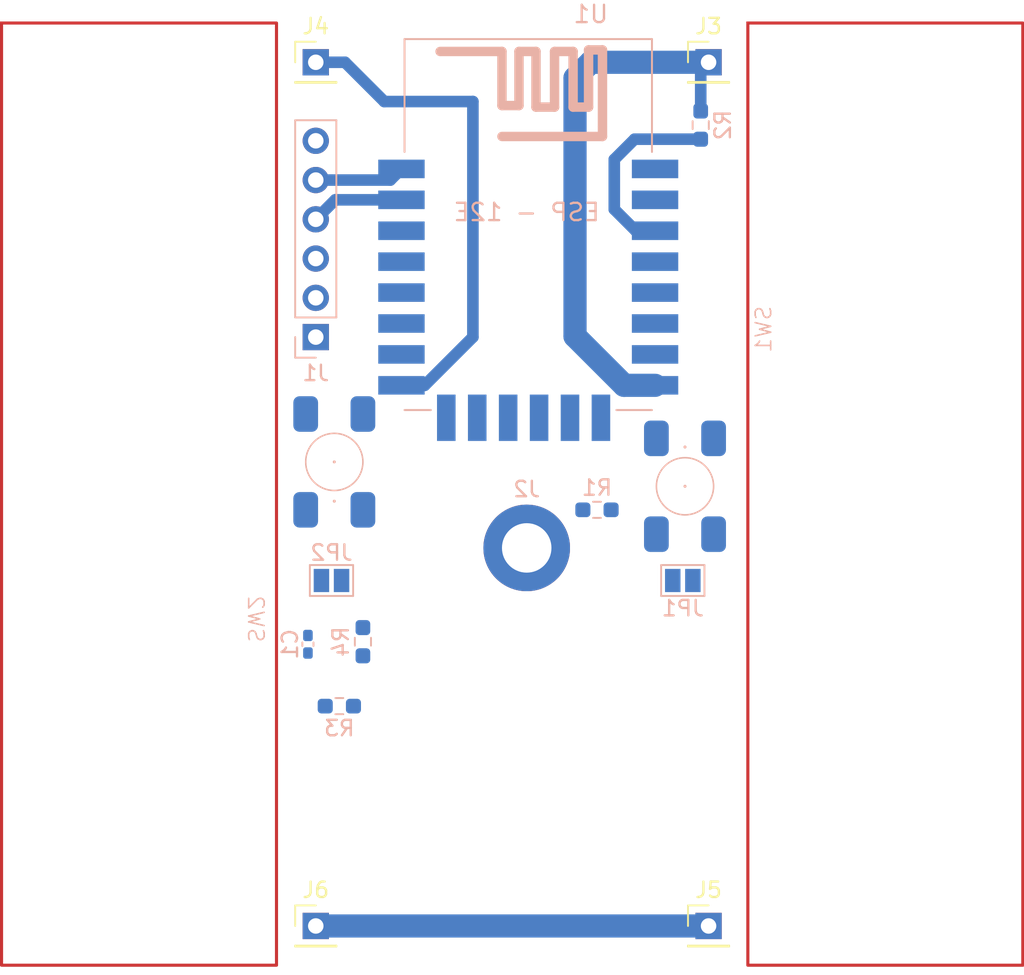
<source format=kicad_pcb>
(kicad_pcb (version 20221018) (generator pcbnew)
  (layers (0 "F.Cu" signal) (31 "B.Cu" signal) (34 "B.Paste" user) (35 "F.Paste" user) (36 "B.SilkS" user "B.Silkscreen") (37 "F.SilkS" user "F.Silkscreen") (38 "B.Mask" user) (39 "F.Mask" user) (44 "Edge.Cuts" user))
  (net 0 "")
  (net 1 "Net-(J2-Pin_1)")
  (net 2 "Net-(R2-Pad1)")
  (net 7 "Net-(J1-Pin_5)")
  (net 8 "Net-(J1-Pin_4)")
  (net 12 "Net-(R3-Pad2)")
  (net 19 "Net-(J3-Pin_1)")
  (net 20 "Net-(J1-Pin_1)")
  (net 24 "Net-(J5-Pin_1)")
  (net 25 "Net-(JP2-A)")
  (net 26 "Net-(JP1-B)")
  (net 27 "Net-(SW1-B)")
  (footprint "Connector_PinHeader_2.54mm:PinHeader_1x01_P2.54mm_Vertical" (layer "F.Cu") (at 111.76 68.58)
    (fp_text reference "J3" (at 0 -2.33) (layer "F.SilkS"))
    (fp_text value "B2+")
    (fp_line (start -1.33 -1.33) (end 0 -1.33) (stroke (width 0.12)) (layer "F.SilkS"))
    (fp_line (start -1.33 0) (end -1.33 -1.33) (stroke (width 0.12)) (layer "F.SilkS"))
    (fp_line (start -1.33 1.27) (end -1.33 1.33) (stroke (width 0.12)) (layer "F.SilkS"))
    (fp_line (start -1.33 1.27) (end 1.33 1.27) (stroke (width 0.12)) (layer "F.SilkS"))
    (fp_line (start -1.33 1.33) (end 1.33 1.33) (stroke (width 0.12)) (layer "F.SilkS"))
    (fp_line (start 1.33 1.27) (end 1.33 1.33) (stroke (width 0.12)) (layer "F.SilkS"))
    (pad "1" thru_hole rect (at 0 0) (size 1.7 1.7) (drill 1) (layers "*.Cu" "*.Mask") (net 19 "Net-(J3-Pin_1)"))
  )
  (footprint "Connector_PinHeader_2.54mm:PinHeader_1x01_P2.54mm_Vertical" (layer "F.Cu") (at 86.36 68.58)
    (fp_text reference "J4" (at 0 -2.33) (layer "F.SilkS"))
    (fp_text value "B1-")
    (fp_line (start -1.33 -1.33) (end 0 -1.33) (stroke (width 0.12)) (layer "F.SilkS"))
    (fp_line (start -1.33 0) (end -1.33 -1.33) (stroke (width 0.12)) (layer "F.SilkS"))
    (fp_line (start -1.33 1.27) (end -1.33 1.33) (stroke (width 0.12)) (layer "F.SilkS"))
    (fp_line (start -1.33 1.27) (end 1.33 1.27) (stroke (width 0.12)) (layer "F.SilkS"))
    (fp_line (start -1.33 1.33) (end 1.33 1.33) (stroke (width 0.12)) (layer "F.SilkS"))
    (fp_line (start 1.33 1.27) (end 1.33 1.33) (stroke (width 0.12)) (layer "F.SilkS"))
    (pad "1" thru_hole rect (at 0 0) (size 1.7 1.7) (drill 1) (layers "*.Cu" "*.Mask") (net 20 "Net-(J1-Pin_1)"))
  )
  (footprint "Connector_PinHeader_2.54mm:PinHeader_1x01_P2.54mm_Vertical" (layer "F.Cu") (at 86.36 124.46)
    (fp_text reference "J6" (at 0 -2.33) (layer "F.SilkS"))
    (fp_text value "B1+")
    (fp_line (start -1.33 -1.33) (end 0 -1.33) (stroke (width 0.12)) (layer "F.SilkS"))
    (fp_line (start -1.33 0) (end -1.33 -1.33) (stroke (width 0.12)) (layer "F.SilkS"))
    (fp_line (start -1.33 1.27) (end -1.33 1.33) (stroke (width 0.12)) (layer "F.SilkS"))
    (fp_line (start -1.33 1.27) (end 1.33 1.27) (stroke (width 0.12)) (layer "F.SilkS"))
    (fp_line (start -1.33 1.33) (end 1.33 1.33) (stroke (width 0.12)) (layer "F.SilkS"))
    (fp_line (start 1.33 1.27) (end 1.33 1.33) (stroke (width 0.12)) (layer "F.SilkS"))
    (pad "1" thru_hole rect (at 0 0) (size 1.7 1.7) (drill 1) (layers "*.Cu" "*.Mask") (net 24 "Net-(J5-Pin_1)"))
  )
  (footprint "Connector_PinHeader_2.54mm:PinHeader_1x01_P2.54mm_Vertical" (layer "F.Cu") (at 111.76 124.46)
    (fp_text reference "J5" (at 0 -2.33) (layer "F.SilkS"))
    (fp_text value "B2-")
    (fp_line (start -1.33 -1.33) (end 0 -1.33) (stroke (width 0.12)) (layer "F.SilkS"))
    (fp_line (start -1.33 0) (end -1.33 -1.33) (stroke (width 0.12)) (layer "F.SilkS"))
    (fp_line (start -1.33 1.27) (end -1.33 1.33) (stroke (width 0.12)) (layer "F.SilkS"))
    (fp_line (start -1.33 1.27) (end 1.33 1.27) (stroke (width 0.12)) (layer "F.SilkS"))
    (fp_line (start -1.33 1.33) (end 1.33 1.33) (stroke (width 0.12)) (layer "F.SilkS"))
    (fp_line (start 1.33 1.27) (end 1.33 1.33) (stroke (width 0.12)) (layer "F.SilkS"))
    (pad "1" thru_hole rect (at 0 0) (size 1.7 1.7) (drill 1) (layers "*.Cu" "*.Mask") (net 24 "Net-(J5-Pin_1)"))
  )
  (footprint "Resistor_SMD:R_0603_1608Metric_Pad0.98x0.95mm_HandSolder" (layer "B.Cu") (at 87.884 110.236)
    (fp_text reference "R3" (at 0 1.43) (layer "B.SilkS") (effects (justify mirror)))
    (fp_text value "10K")
    (fp_line (start -0.254724 -0.5225) (end 0.254724 -0.5225) (stroke (width 0.12)) (layer "B.SilkS"))
    (fp_line (start -0.254724 0.5225) (end 0.254724 0.5225) (stroke (width 0.12)) (layer "B.SilkS"))
    (pad "1" smd roundrect (at -0.9125 0) (size 0.975 0.95) (layers "B.Cu" "B.Paste" "B.Mask") (net 20 "Net-(J1-Pin_1)"))
    (pad "2" smd roundrect (at 0.9125 0) (size 0.975 0.95) (layers "B.Cu" "B.Paste" "B.Mask") (net 12 "Net-(R3-Pad2)"))
  )
  (footprint "MountingHole:MountingHole_3.2mm_M3_DIN965_Pad" (layer "B.Cu") (at 100 100 180)
    (fp_text reference "J2" (at 0 3.8) (layer "B.SilkS") (effects (justify mirror)))
    (fp_text value "Conn_01x01_Pin")
    (pad "1" thru_hole circle (at 0 0 180) (size 5.6 5.6) (drill 3.2) (layers "*.Cu" "*.Mask") (net 1 "Net-(J2-Pin_1)"))
  )
  (footprint "Resistor_SMD:R_0603_1608Metric_Pad0.98x0.95mm_HandSolder" (layer "B.Cu") (at 111.252 72.644 90)
    (fp_text reference "R2" (at 0 1.43 90) (layer "B.SilkS") (effects (justify mirror)))
    (fp_text value "10K")
    (fp_line (start -0.254724 -0.5225) (end 0.254724 -0.5225) (stroke (width 0.12)) (layer "B.SilkS"))
    (fp_line (start -0.254724 0.5225) (end 0.254724 0.5225) (stroke (width 0.12)) (layer "B.SilkS"))
    (pad "1" smd roundrect (at -0.9125 0 90) (size 0.975 0.95) (layers "B.Cu" "B.Paste" "B.Mask") (net 2 "Net-(R2-Pad1)"))
    (pad "2" smd roundrect (at 0.9125 0 90) (size 0.975 0.95) (layers "B.Cu" "B.Paste" "B.Mask") (net 19 "Net-(J3-Pin_1)"))
  )
  (footprint "ESP12E:ESP12E-SMD" (layer "B.Cu") (at 100 81.28 180)
    (fp_text reference "U1" (at -4.144 15.8112) (layer "B.SilkS") (effects (font (size 1.12 1.12)) (justify mirror)))
    (fp_text value "ESP12E")
    (fp_text user "ESP - 12E" (at 0 3) (layer "B.SilkS") (effects (font (size 1.12 1.12)) (justify mirror)))
    (fp_line (start -8.1 6.9) (end -8.1 14.2) (stroke (width 0.127)) (layer "B.SilkS"))
    (fp_line (start -8.1 14.2) (end 7.9 14.2) (stroke (width 0.127)) (layer "B.SilkS"))
    (fp_line (start -5.8 -9.8) (end -8.1 -9.8) (stroke (width 0.127)) (layer "B.SilkS"))
    (fp_line (start -4.9 7.9) (end 1.6 7.9) (stroke (width 0.6096)) (layer "B.SilkS"))
    (fp_line (start -4.9 8.5) (end -4.9 7.9) (stroke (width 0.6096)) (layer "B.SilkS"))
    (fp_line (start -4.9 8.6) (end -4.9 13.5) (stroke (width 0.6096)) (layer "B.SilkS"))
    (fp_line (start -4.9 13.5) (end -4 13.5) (stroke (width 0.6096)) (layer "B.SilkS"))
    (fp_line (start -4 9.8) (end -3 9.8) (stroke (width 0.6096)) (layer "B.SilkS"))
    (fp_line (start -4 13.5) (end -4 9.8) (stroke (width 0.6096)) (layer "B.SilkS"))
    (fp_line (start -3 9.8) (end -3 13.4) (stroke (width 0.6096)) (layer "B.SilkS"))
    (fp_line (start -3 13.4) (end -1.8 13.4) (stroke (width 0.6096)) (layer "B.SilkS"))
    (fp_line (start -1.8 9.8) (end -0.6 9.8) (stroke (width 0.6096)) (layer "B.SilkS"))
    (fp_line (start -1.8 13.4) (end -1.8 9.8) (stroke (width 0.6096)) (layer "B.SilkS"))
    (fp_line (start -0.6 9.8) (end -0.6 13.4) (stroke (width 0.6096)) (layer "B.SilkS"))
    (fp_line (start -0.6 13.4) (end 0.5 13.4) (stroke (width 0.6096)) (layer "B.SilkS"))
    (fp_line (start 0.5 9.9) (end 1.6 9.9) (stroke (width 0.6096)) (layer "B.SilkS"))
    (fp_line (start 0.5 13.4) (end 0.5 9.9) (stroke (width 0.6096)) (layer "B.SilkS"))
    (fp_line (start 1.6 9.9) (end 1.6 13.4) (stroke (width 0.6096)) (layer "B.SilkS"))
    (fp_line (start 1.6 13.4) (end 5.6 13.4) (stroke (width 0.6096)) (layer "B.SilkS"))
    (fp_line (start 7.9 -9.8) (end 6.2 -9.8) (stroke (width 0.127)) (layer "B.SilkS"))
    (fp_line (start 7.9 14.2) (end 7.9 6.9) (stroke (width 0.127)) (layer "B.SilkS"))
    (pad "ADC" smd rect (at -8.3 3.8 180) (size 3 1.2) (layers "B.Cu" "B.Paste" "B.Mask") (net 1 "Net-(J2-Pin_1)"))
    (pad "CH_PD" smd rect (at -8.3 1.8 180) (size 3 1.2) (layers "B.Cu" "B.Paste" "B.Mask") (net 2 "Net-(R2-Pad1)"))
    (pad "CS0" smd rect (at -4.8 -10.3 90) (size 3 1.2) (layers "B.Cu" "B.Paste" "B.Mask"))
    (pad "GND" smd rect (at 8.1 -8.2 180) (size 3 1.2) (layers "B.Cu" "B.Paste" "B.Mask") (net 20 "Net-(J1-Pin_1)"))
    (pad "GPIO0" smd rect (at 8.1 -2.2 180) (size 3 1.2) (layers "B.Cu" "B.Paste" "B.Mask") (net 25 "Net-(JP2-A)"))
    (pad "GPIO2" smd rect (at 8.1 -4.2 180) (size 3 1.2) (layers "B.Cu" "B.Paste" "B.Mask"))
    (pad "GPIO4" smd rect (at 8.1 -0.2 180) (size 3 1.2) (layers "B.Cu" "B.Paste" "B.Mask"))
    (pad "GPIO5" smd rect (at 8.1 1.8 180) (size 3 1.2) (layers "B.Cu" "B.Paste" "B.Mask"))
    (pad "GPIO9" smd rect (at -0.8 -10.3 90) (size 3 1.2) (layers "B.Cu" "B.Paste" "B.Mask"))
    (pad "GPIO10" smd rect (at 1.2 -10.3 90) (size 3 1.2) (layers "B.Cu" "B.Paste" "B.Mask"))
    (pad "GPIO12" smd rect (at -8.3 -4.2 180) (size 3 1.2) (layers "B.Cu" "B.Paste" "B.Mask"))
    (pad "GPIO13" smd rect (at -8.3 -6.2 180) (size 3 1.2) (layers "B.Cu" "B.Paste" "B.Mask"))
    (pad "GPIO14" smd rect (at -8.3 -2.2 180) (size 3 1.2) (layers "B.Cu" "B.Paste" "B.Mask"))
    (pad "GPIO15" smd rect (at 8.1 -6.2 180) (size 3 1.2) (layers "B.Cu" "B.Paste" "B.Mask") (net 12 "Net-(R3-Pad2)"))
    (pad "GPIO16" smd rect (at -8.3 -0.2 180) (size 3 1.2) (layers "B.Cu" "B.Paste" "B.Mask"))
    (pad "MISO" smd rect (at -2.8 -10.3 90) (size 3 1.2) (layers "B.Cu" "B.Paste" "B.Mask"))
    (pad "MOSI" smd rect (at 3.2 -10.3 90) (size 3 1.2) (layers "B.Cu" "B.Paste" "B.Mask"))
    (pad "RESET" smd rect (at -8.3 5.8 180) (size 3 1.2) (layers "B.Cu" "B.Paste" "B.Mask") (net 27 "Net-(SW1-B)"))
    (pad "RXD0" smd rect (at 8.1 3.8 180) (size 3 1.2) (layers "B.Cu" "B.Paste" "B.Mask") (net 8 "Net-(J1-Pin_4)"))
    (pad "SCLK" smd rect (at 5.2 -10.3 90) (size 3 1.2) (layers "B.Cu" "B.Paste" "B.Mask"))
    (pad "TXD0" smd rect (at 8.1 5.8 180) (size 3 1.2) (layers "B.Cu" "B.Paste" "B.Mask") (net 7 "Net-(J1-Pin_5)"))
    (pad "VCC" smd rect (at -8.3 -8.2 180) (size 3 1.2) (layers "B.Cu" "B.Paste" "B.Mask") (net 19 "Net-(J3-Pin_1)"))
  )
  (footprint "Aliexpress:5mmButton" (layer "B.Cu") (at 87.558 94.436 90)
    (fp_text reference "SW2" (at -10.16 -5.08 270 unlocked) (layer "B.SilkS") (effects (font (thickness 0.1)) (justify mirror)))
    (fp_text value "BOOT")
    (fp_circle (center -2.54 0) (end -2.54 0) (stroke (width 0.1)) (fill none) (layer "B.SilkS"))
    (fp_circle (center 0 0) (end 0 0) (stroke (width 0.1)) (fill none) (layer "B.SilkS"))
    (fp_circle (center 0 0) (end 1.85 0) (stroke (width 0.1)) (fill none) (layer "B.SilkS"))
    (pad "1" smd roundrect (at -3.1 1.85 90) (size 2.3 1.6) (layers "B.Cu" "B.Paste" "B.Mask") (net 25 "Net-(JP2-A)"))
    (pad "1" smd roundrect (at 3.1 1.85 90) (size 2.3 1.6) (layers "B.Cu" "B.Paste" "B.Mask") (net 25 "Net-(JP2-A)"))
    (pad "2" smd roundrect (at -3.1 -1.85 90) (size 2.3 1.6) (layers "B.Cu" "B.Paste" "B.Mask") (net 20 "Net-(J1-Pin_1)"))
    (pad "2" smd roundrect (at 3.1 -1.85 90) (size 2.3 1.6) (layers "B.Cu" "B.Paste" "B.Mask") (net 20 "Net-(J1-Pin_1)"))
  )
  (footprint "Jumper:SolderJumper-2_P1.3mm_Open_Pad1.0x1.5mm" (layer "B.Cu") (at 87.376 102.108 180)
    (fp_text reference "JP2" (at 0 1.8) (layer "B.SilkS") (effects (justify mirror)))
    (fp_text value "BOOT")
    (fp_line (start -1.4 -1) (end -1.4 1) (stroke (width 0.12)) (layer "B.SilkS"))
    (fp_line (start -1.4 1) (end 1.4 1) (stroke (width 0.12)) (layer "B.SilkS"))
    (fp_line (start 1.4 -1) (end -1.4 -1) (stroke (width 0.12)) (layer "B.SilkS"))
    (fp_line (start 1.4 1) (end 1.4 -1) (stroke (width 0.12)) (layer "B.SilkS"))
    (pad "1" smd rect (at -0.65 0 180) (size 1 1.5) (layers "B.Cu" "B.Mask") (net 25 "Net-(JP2-A)"))
    (pad "2" smd rect (at 0.65 0 180) (size 1 1.5) (layers "B.Cu" "B.Mask") (net 20 "Net-(J1-Pin_1)"))
  )
  (footprint "Connector_PinHeader_2.54mm:PinHeader_1x06_P2.54mm_Vertical" (layer "B.Cu") (at 86.36 86.36)
    (fp_text reference "J1" (at 0 2.33 180) (layer "B.SilkS") (effects (justify mirror)))
    (fp_text value "Conn_01x06_Socket")
    (fp_line (start -1.33 -14.03) (end 1.33 -14.03) (stroke (width 0.12)) (layer "B.SilkS"))
    (fp_line (start -1.33 -1.27) (end -1.33 -14.03) (stroke (width 0.12)) (layer "B.SilkS"))
    (fp_line (start -1.33 -1.27) (end 1.33 -1.27) (stroke (width 0.12)) (layer "B.SilkS"))
    (fp_line (start -1.33 0) (end -1.33 1.33) (stroke (width 0.12)) (layer "B.SilkS"))
    (fp_line (start -1.33 1.33) (end 0 1.33) (stroke (width 0.12)) (layer "B.SilkS"))
    (fp_line (start 1.33 -1.27) (end 1.33 -14.03) (stroke (width 0.12)) (layer "B.SilkS"))
    (pad "1" thru_hole rect (at 0 0) (size 1.7 1.7) (drill 1) (layers "*.Cu" "*.Mask") (net 20 "Net-(J1-Pin_1)"))
    (pad "2" thru_hole oval (at 0 -2.54) (size 1.7 1.7) (drill 1) (layers "*.Cu" "*.Mask"))
    (pad "3" thru_hole oval (at 0 -5.08) (size 1.7 1.7) (drill 1) (layers "*.Cu" "*.Mask"))
    (pad "4" thru_hole oval (at 0 -7.62) (size 1.7 1.7) (drill 1) (layers "*.Cu" "*.Mask") (net 8 "Net-(J1-Pin_4)"))
    (pad "5" thru_hole oval (at 0 -10.16) (size 1.7 1.7) (drill 1) (layers "*.Cu" "*.Mask") (net 7 "Net-(J1-Pin_5)"))
    (pad "6" thru_hole oval (at 0 -12.7) (size 1.7 1.7) (drill 1) (layers "*.Cu" "*.Mask"))
  )
  (footprint "Resistor_SMD:R_0603_1608Metric_Pad0.98x0.95mm_HandSolder" (layer "B.Cu") (at 104.5445 97.536 180)
    (fp_text reference "R1" (at 0 1.43) (layer "B.SilkS") (effects (justify mirror)))
    (fp_text value "10K")
    (fp_line (start -0.254724 -0.5225) (end 0.254724 -0.5225) (stroke (width 0.12)) (layer "B.SilkS"))
    (fp_line (start -0.254724 0.5225) (end 0.254724 0.5225) (stroke (width 0.12)) (layer "B.SilkS"))
    (pad "1" smd roundrect (at -0.9125 0 180) (size 0.975 0.95) (layers "B.Cu" "B.Paste" "B.Mask") (net 26 "Net-(JP1-B)"))
    (pad "2" smd roundrect (at 0.9125 0 180) (size 0.975 0.95) (layers "B.Cu" "B.Paste" "B.Mask") (net 19 "Net-(J3-Pin_1)"))
  )
  (footprint "Aliexpress:5mmButton" (layer "B.Cu") (at 110.236 96.012 -90)
    (fp_text reference "SW1" (at -10.16 -5.08 90 unlocked) (layer "B.SilkS") (effects (font (thickness 0.1)) (justify mirror)))
    (fp_text value "RST")
    (fp_circle (center -2.54 0) (end -2.54 0) (stroke (width 0.1)) (fill none) (layer "B.SilkS"))
    (fp_circle (center 0 0) (end 0 0) (stroke (width 0.1)) (fill none) (layer "B.SilkS"))
    (fp_circle (center 0 0) (end 1.85 0) (stroke (width 0.1)) (fill none) (layer "B.SilkS"))
    (pad "1" smd roundrect (at -3.1 1.85 270) (size 2.3 1.6) (layers "B.Cu" "B.Paste" "B.Mask") (net 20 "Net-(J1-Pin_1)"))
    (pad "1" smd roundrect (at 3.1 1.85 270) (size 2.3 1.6) (layers "B.Cu" "B.Paste" "B.Mask") (net 20 "Net-(J1-Pin_1)"))
    (pad "2" smd roundrect (at -3.1 -1.85 270) (size 2.3 1.6) (layers "B.Cu" "B.Paste" "B.Mask") (net 26 "Net-(JP1-B)"))
    (pad "2" smd roundrect (at 3.1 -1.85 270) (size 2.3 1.6) (layers "B.Cu" "B.Paste" "B.Mask") (net 26 "Net-(JP1-B)"))
  )
  (footprint "Jumper:SolderJumper-2_P1.3mm_Open_Pad1.0x1.5mm" (layer "B.Cu") (at 110.094 102.108)
    (fp_text reference "JP1" (at 0 1.8) (layer "B.SilkS") (effects (justify mirror)))
    (fp_text value "RST")
    (fp_line (start -1.4 -1) (end -1.4 1) (stroke (width 0.12)) (layer "B.SilkS"))
    (fp_line (start -1.4 1) (end 1.4 1) (stroke (width 0.12)) (layer "B.SilkS"))
    (fp_line (start 1.4 -1) (end -1.4 -1) (stroke (width 0.12)) (layer "B.SilkS"))
    (fp_line (start 1.4 1) (end 1.4 -1) (stroke (width 0.12)) (layer "B.SilkS"))
    (pad "1" smd rect (at -0.65 0) (size 1 1.5) (layers "B.Cu" "B.Mask") (net 20 "Net-(J1-Pin_1)"))
    (pad "2" smd rect (at 0.65 0) (size 1 1.5) (layers "B.Cu" "B.Mask") (net 26 "Net-(JP1-B)"))
  )
  (footprint "Resistor_SMD:R_0603_1608Metric_Pad0.98x0.95mm_HandSolder" (layer "B.Cu") (at 89.408 106.0685 -90)
    (fp_text reference "R4" (at 0 1.43 90) (layer "B.SilkS") (effects (justify mirror)))
    (fp_text value "10K")
    (fp_line (start -0.254724 -0.5225) (end 0.254724 -0.5225) (stroke (width 0.12)) (layer "B.SilkS"))
    (fp_line (start -0.254724 0.5225) (end 0.254724 0.5225) (stroke (width 0.12)) (layer "B.SilkS"))
    (pad "1" smd roundrect (at -0.9125 0 270) (size 0.975 0.95) (layers "B.Cu" "B.Paste" "B.Mask") (net 25 "Net-(JP2-A)"))
    (pad "2" smd roundrect (at 0.9125 0 270) (size 0.975 0.95) (layers "B.Cu" "B.Paste" "B.Mask") (net 19 "Net-(J3-Pin_1)"))
  )
  (footprint "Capacitor_SMD:C_0402_1005Metric_Pad0.74x0.62mm_HandSolder" (layer "B.Cu") (at 85.852 106.2315 -90)
    (fp_text reference "C1" (at 0 1.16 90) (layer "B.SilkS") (effects (justify mirror)))
    (fp_text value "100uF")
    (fp_line (start -0.115835 -0.36) (end 0.115835 -0.36) (stroke (width 0.12)) (layer "B.SilkS"))
    (fp_line (start -0.115835 0.36) (end 0.115835 0.36) (stroke (width 0.12)) (layer "B.SilkS"))
    (pad "1" smd roundrect (at -0.5675 0 270) (size 0.735 0.62) (layers "B.Cu" "B.Paste" "B.Mask") (net 19 "Net-(J3-Pin_1)"))
    (pad "2" smd roundrect (at 0.5675 0 270) (size 0.735 0.62) (layers "B.Cu" "B.Paste" "B.Mask") (net 20 "Net-(J1-Pin_1)"))
  )
  (gr_rect (start 114.3 66.04) (end 132.08 127) (stroke (width 0.2)) (fill none) (layer "F.Cu"))
  (gr_rect (start 66.04 66.04) (end 83.82 127) (stroke (width 0.2)) (fill none) (layer "F.Cu"))
  (segment (start 105.664 74.866) (end 105.664 78.094) (width 0.75) (layer "B.Cu") (net 2))
  (segment (start 107.05 79.48) (end 108.3 79.48) (width 0.75) (layer "B.Cu") (net 2))
  (segment (start 106.9735 73.5565) (end 105.664 74.866) (width 0.75) (layer "B.Cu") (net 2))
  (segment (start 111.252 73.5565) (end 106.9735 73.5565) (width 0.75) (layer "B.Cu") (net 2))
  (segment (start 105.664 78.094) (end 107.05 79.48) (width 0.75) (layer "B.Cu") (net 2))
  (segment (start 86.36 76.2) (end 91.18 76.2) (width 0.75) (layer "B.Cu") (net 7))
  (segment (start 91.18 76.2) (end 91.9 75.48) (width 0.75) (layer "B.Cu") (net 7))
  (segment (start 86.36 78.74) (end 87.62 77.48) (width 0.75) (layer "B.Cu") (net 8))
  (segment (start 87.62 77.48) (end 91.9 77.48) (width 0.75) (layer "B.Cu") (net 8))
  (segment (start 111.76 68.58) (end 104.14 68.58) (width 1.5) (layer "B.Cu") (net 19))
  (segment (start 103.124 69.596) (end 103.124 86.304) (width 1.5) (layer "B.Cu") (net 19))
  (segment (start 106.3 89.48) (end 108.3 89.48) (width 1.5) (layer "B.Cu") (net 19))
  (segment (start 104.14 68.58) (end 103.124 69.596) (width 1.5) (layer "B.Cu") (net 19))
  (segment (start 103.124 86.304) (end 106.3 89.48) (width 1.5) (layer "B.Cu") (net 19))
  (segment (start 111.252 69.088) (end 111.76 68.58) (width 0.75) (layer "B.Cu") (net 19))
  (segment (start 111.252 71.7315) (end 111.252 69.088) (width 0.75) (layer "B.Cu") (net 19))
  (segment (start 93.4 89.48) (end 91.9 89.48) (width 0.75) (layer "B.Cu") (net 20))
  (segment (start 86.36 68.58) (end 88.25 68.58) (width 0.75) (layer "B.Cu") (net 20))
  (segment (start 96.52 71.12) (end 96.52 86.36) (width 0.75) (layer "B.Cu") (net 20))
  (segment (start 88.25 68.58) (end 90.79 71.12) (width 0.75) (layer "B.Cu") (net 20))
  (segment (start 90.79 71.12) (end 96.52 71.12) (width 0.75) (layer "B.Cu") (net 20))
  (segment (start 96.52 86.36) (end 93.4 89.48) (width 0.75) (layer "B.Cu") (net 20))
  (segment (start 86.36 124.46) (end 111.76 124.46) (width 1.5) (layer "B.Cu") (net 24))
)
</source>
